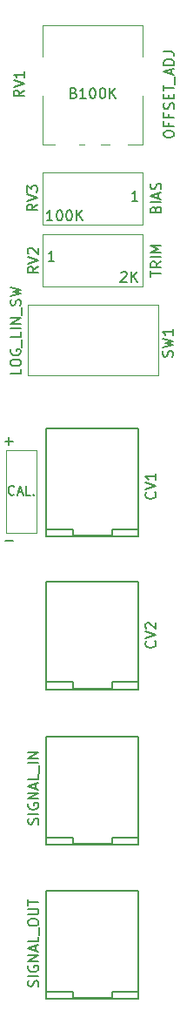
<source format=gto>
G04 #@! TF.GenerationSoftware,KiCad,Pcbnew,(5.1.5-0-10_14)*
G04 #@! TF.CreationDate,2020-06-01T21:41:54-04:00*
G04 #@! TF.ProjectId,AYOMSM - VCA Control Board,41594f4d-534d-4202-9d20-56434120436f,rev?*
G04 #@! TF.SameCoordinates,Original*
G04 #@! TF.FileFunction,Legend,Top*
G04 #@! TF.FilePolarity,Positive*
%FSLAX46Y46*%
G04 Gerber Fmt 4.6, Leading zero omitted, Abs format (unit mm)*
G04 Created by KiCad (PCBNEW (5.1.5-0-10_14)) date 2020-06-01 21:41:54*
%MOMM*%
%LPD*%
G04 APERTURE LIST*
%ADD10C,0.150000*%
%ADD11C,0.120000*%
G04 APERTURE END LIST*
D10*
X76962047Y-95067428D02*
X77723952Y-95067428D01*
X77343000Y-95448380D02*
X77343000Y-94686476D01*
X76962047Y-104719428D02*
X77723952Y-104719428D01*
X81756214Y-77537380D02*
X81184785Y-77537380D01*
X81470500Y-77537380D02*
X81470500Y-76537380D01*
X81375261Y-76680238D01*
X81280023Y-76775476D01*
X81184785Y-76823095D01*
X89884214Y-71695380D02*
X89312785Y-71695380D01*
X89598500Y-71695380D02*
X89598500Y-70695380D01*
X89503261Y-70838238D01*
X89408023Y-70933476D01*
X89312785Y-70981095D01*
D11*
X80605000Y-80000000D02*
X80605000Y-74930000D01*
X90375000Y-80000000D02*
X90375000Y-74930000D01*
X90375000Y-74930000D02*
X80605000Y-74930000D01*
X90375000Y-80000000D02*
X80605000Y-80000000D01*
X80625000Y-68907500D02*
X90395000Y-68907500D01*
X80625000Y-73977500D02*
X90395000Y-73977500D01*
X80625000Y-68907500D02*
X80625000Y-73977500D01*
X90395000Y-68907500D02*
X90395000Y-73977500D01*
X90370000Y-54586000D02*
X80630000Y-54586000D01*
X90370000Y-66176000D02*
X88880000Y-66176000D01*
X90370000Y-57646000D02*
X90370000Y-54586000D01*
X80620000Y-66176000D02*
X80620000Y-61456000D01*
X80630000Y-57646000D02*
X80630000Y-54586000D01*
X90370000Y-66176000D02*
X90370000Y-61456000D01*
X81810000Y-66176000D02*
X80630000Y-66176000D01*
X84710000Y-66176000D02*
X84180000Y-66176000D01*
X87160000Y-66176000D02*
X86330000Y-66176000D01*
X77049500Y-103989000D02*
X80049500Y-103989000D01*
X80049500Y-95889000D02*
X77049500Y-95889000D01*
X77049500Y-103989000D02*
X77049500Y-95889000D01*
X80049500Y-95889000D02*
X80049500Y-103989000D01*
X91869000Y-81762600D02*
X91869000Y-88620600D01*
X91869000Y-88620600D02*
X79169000Y-88620600D01*
X79169000Y-88620600D02*
X79169000Y-81762600D01*
X79169000Y-81762600D02*
X91869000Y-81762600D01*
D10*
X81026000Y-103632000D02*
X83566000Y-103632000D01*
X83566000Y-103632000D02*
X83566000Y-104267000D01*
X83566000Y-104267000D02*
X87376000Y-104267000D01*
X87376000Y-104267000D02*
X87376000Y-103632000D01*
X87376000Y-103632000D02*
X89916000Y-103632000D01*
X89971000Y-93822000D02*
X89971000Y-104322000D01*
X80971000Y-93822000D02*
X80971000Y-104322000D01*
X80971000Y-104322000D02*
X89971000Y-104322000D01*
X80971000Y-93822000D02*
X89971000Y-93822000D01*
X81026000Y-118491000D02*
X83566000Y-118491000D01*
X83566000Y-118491000D02*
X83566000Y-119126000D01*
X83566000Y-119126000D02*
X87376000Y-119126000D01*
X87376000Y-119126000D02*
X87376000Y-118491000D01*
X87376000Y-118491000D02*
X89916000Y-118491000D01*
X89971000Y-108681000D02*
X89971000Y-119181000D01*
X80971000Y-108681000D02*
X80971000Y-119181000D01*
X80971000Y-119181000D02*
X89971000Y-119181000D01*
X80971000Y-108681000D02*
X89971000Y-108681000D01*
X81026000Y-133604000D02*
X83566000Y-133604000D01*
X83566000Y-133604000D02*
X83566000Y-134239000D01*
X83566000Y-134239000D02*
X87376000Y-134239000D01*
X87376000Y-134239000D02*
X87376000Y-133604000D01*
X87376000Y-133604000D02*
X89916000Y-133604000D01*
X89971000Y-123794000D02*
X89971000Y-134294000D01*
X80971000Y-123794000D02*
X80971000Y-134294000D01*
X80971000Y-134294000D02*
X89971000Y-134294000D01*
X80971000Y-123794000D02*
X89971000Y-123794000D01*
X81026000Y-148590000D02*
X83566000Y-148590000D01*
X83566000Y-148590000D02*
X83566000Y-149225000D01*
X83566000Y-149225000D02*
X87376000Y-149225000D01*
X87376000Y-149225000D02*
X87376000Y-148590000D01*
X87376000Y-148590000D02*
X89916000Y-148590000D01*
X89971000Y-138780000D02*
X89971000Y-149280000D01*
X80971000Y-138780000D02*
X80971000Y-149280000D01*
X80971000Y-149280000D02*
X89971000Y-149280000D01*
X80971000Y-138780000D02*
X89971000Y-138780000D01*
X80163880Y-78065238D02*
X79687690Y-78398571D01*
X80163880Y-78636666D02*
X79163880Y-78636666D01*
X79163880Y-78255714D01*
X79211500Y-78160476D01*
X79259119Y-78112857D01*
X79354357Y-78065238D01*
X79497214Y-78065238D01*
X79592452Y-78112857D01*
X79640071Y-78160476D01*
X79687690Y-78255714D01*
X79687690Y-78636666D01*
X79163880Y-77779523D02*
X80163880Y-77446190D01*
X79163880Y-77112857D01*
X79259119Y-76827142D02*
X79211500Y-76779523D01*
X79163880Y-76684285D01*
X79163880Y-76446190D01*
X79211500Y-76350952D01*
X79259119Y-76303333D01*
X79354357Y-76255714D01*
X79449595Y-76255714D01*
X79592452Y-76303333D01*
X80163880Y-76874761D01*
X80163880Y-76255714D01*
X91146380Y-79065238D02*
X91146380Y-78493809D01*
X92146380Y-78779523D02*
X91146380Y-78779523D01*
X92146380Y-77589047D02*
X91670190Y-77922380D01*
X92146380Y-78160476D02*
X91146380Y-78160476D01*
X91146380Y-77779523D01*
X91194000Y-77684285D01*
X91241619Y-77636666D01*
X91336857Y-77589047D01*
X91479714Y-77589047D01*
X91574952Y-77636666D01*
X91622571Y-77684285D01*
X91670190Y-77779523D01*
X91670190Y-78160476D01*
X92146380Y-77160476D02*
X91146380Y-77160476D01*
X92146380Y-76684285D02*
X91146380Y-76684285D01*
X91860666Y-76350952D01*
X91146380Y-76017619D01*
X92146380Y-76017619D01*
X88241285Y-78668619D02*
X88288904Y-78621000D01*
X88384142Y-78573380D01*
X88622238Y-78573380D01*
X88717476Y-78621000D01*
X88765095Y-78668619D01*
X88812714Y-78763857D01*
X88812714Y-78859095D01*
X88765095Y-79001952D01*
X88193666Y-79573380D01*
X88812714Y-79573380D01*
X89241285Y-79573380D02*
X89241285Y-78573380D01*
X89812714Y-79573380D02*
X89384142Y-79001952D01*
X89812714Y-78573380D02*
X89241285Y-79144809D01*
X80106780Y-72032738D02*
X79630590Y-72366071D01*
X80106780Y-72604166D02*
X79106780Y-72604166D01*
X79106780Y-72223214D01*
X79154400Y-72127976D01*
X79202019Y-72080357D01*
X79297257Y-72032738D01*
X79440114Y-72032738D01*
X79535352Y-72080357D01*
X79582971Y-72127976D01*
X79630590Y-72223214D01*
X79630590Y-72604166D01*
X79106780Y-71747023D02*
X80106780Y-71413690D01*
X79106780Y-71080357D01*
X79106780Y-70842261D02*
X79106780Y-70223214D01*
X79487733Y-70556547D01*
X79487733Y-70413690D01*
X79535352Y-70318452D01*
X79582971Y-70270833D01*
X79678209Y-70223214D01*
X79916304Y-70223214D01*
X80011542Y-70270833D01*
X80059161Y-70318452D01*
X80106780Y-70413690D01*
X80106780Y-70699404D01*
X80059161Y-70794642D01*
X80011542Y-70842261D01*
X91622571Y-72508928D02*
X91670190Y-72366071D01*
X91717809Y-72318452D01*
X91813047Y-72270833D01*
X91955904Y-72270833D01*
X92051142Y-72318452D01*
X92098761Y-72366071D01*
X92146380Y-72461309D01*
X92146380Y-72842261D01*
X91146380Y-72842261D01*
X91146380Y-72508928D01*
X91194000Y-72413690D01*
X91241619Y-72366071D01*
X91336857Y-72318452D01*
X91432095Y-72318452D01*
X91527333Y-72366071D01*
X91574952Y-72413690D01*
X91622571Y-72508928D01*
X91622571Y-72842261D01*
X92146380Y-71842261D02*
X91146380Y-71842261D01*
X91860666Y-71413690D02*
X91860666Y-70937500D01*
X92146380Y-71508928D02*
X91146380Y-71175595D01*
X92146380Y-70842261D01*
X92098761Y-70556547D02*
X92146380Y-70413690D01*
X92146380Y-70175595D01*
X92098761Y-70080357D01*
X92051142Y-70032738D01*
X91955904Y-69985119D01*
X91860666Y-69985119D01*
X91765428Y-70032738D01*
X91717809Y-70080357D01*
X91670190Y-70175595D01*
X91622571Y-70366071D01*
X91574952Y-70461309D01*
X91527333Y-70508928D01*
X91432095Y-70556547D01*
X91336857Y-70556547D01*
X91241619Y-70508928D01*
X91194000Y-70461309D01*
X91146380Y-70366071D01*
X91146380Y-70127976D01*
X91194000Y-69985119D01*
X81586533Y-73591680D02*
X81015104Y-73591680D01*
X81300819Y-73591680D02*
X81300819Y-72591680D01*
X81205580Y-72734538D01*
X81110342Y-72829776D01*
X81015104Y-72877395D01*
X82205580Y-72591680D02*
X82300819Y-72591680D01*
X82396057Y-72639300D01*
X82443676Y-72686919D01*
X82491295Y-72782157D01*
X82538914Y-72972633D01*
X82538914Y-73210728D01*
X82491295Y-73401204D01*
X82443676Y-73496442D01*
X82396057Y-73544061D01*
X82300819Y-73591680D01*
X82205580Y-73591680D01*
X82110342Y-73544061D01*
X82062723Y-73496442D01*
X82015104Y-73401204D01*
X81967485Y-73210728D01*
X81967485Y-72972633D01*
X82015104Y-72782157D01*
X82062723Y-72686919D01*
X82110342Y-72639300D01*
X82205580Y-72591680D01*
X83157961Y-72591680D02*
X83253200Y-72591680D01*
X83348438Y-72639300D01*
X83396057Y-72686919D01*
X83443676Y-72782157D01*
X83491295Y-72972633D01*
X83491295Y-73210728D01*
X83443676Y-73401204D01*
X83396057Y-73496442D01*
X83348438Y-73544061D01*
X83253200Y-73591680D01*
X83157961Y-73591680D01*
X83062723Y-73544061D01*
X83015104Y-73496442D01*
X82967485Y-73401204D01*
X82919866Y-73210728D01*
X82919866Y-72972633D01*
X82967485Y-72782157D01*
X83015104Y-72686919D01*
X83062723Y-72639300D01*
X83157961Y-72591680D01*
X83919866Y-73591680D02*
X83919866Y-72591680D01*
X84491295Y-73591680D02*
X84062723Y-73020252D01*
X84491295Y-72591680D02*
X83919866Y-73163109D01*
X78812380Y-60941238D02*
X78336190Y-61274571D01*
X78812380Y-61512666D02*
X77812380Y-61512666D01*
X77812380Y-61131714D01*
X77860000Y-61036476D01*
X77907619Y-60988857D01*
X78002857Y-60941238D01*
X78145714Y-60941238D01*
X78240952Y-60988857D01*
X78288571Y-61036476D01*
X78336190Y-61131714D01*
X78336190Y-61512666D01*
X77812380Y-60655523D02*
X78812380Y-60322190D01*
X77812380Y-59988857D01*
X78812380Y-59131714D02*
X78812380Y-59703142D01*
X78812380Y-59417428D02*
X77812380Y-59417428D01*
X77955238Y-59512666D01*
X78050476Y-59607904D01*
X78098095Y-59703142D01*
X92416380Y-65283381D02*
X92416380Y-65092905D01*
X92464000Y-64997667D01*
X92559238Y-64902429D01*
X92749714Y-64854810D01*
X93083047Y-64854810D01*
X93273523Y-64902429D01*
X93368761Y-64997667D01*
X93416380Y-65092905D01*
X93416380Y-65283381D01*
X93368761Y-65378620D01*
X93273523Y-65473858D01*
X93083047Y-65521477D01*
X92749714Y-65521477D01*
X92559238Y-65473858D01*
X92464000Y-65378620D01*
X92416380Y-65283381D01*
X92892571Y-64092905D02*
X92892571Y-64426239D01*
X93416380Y-64426239D02*
X92416380Y-64426239D01*
X92416380Y-63950048D01*
X92892571Y-63235762D02*
X92892571Y-63569096D01*
X93416380Y-63569096D02*
X92416380Y-63569096D01*
X92416380Y-63092905D01*
X93368761Y-62759572D02*
X93416380Y-62616715D01*
X93416380Y-62378620D01*
X93368761Y-62283381D01*
X93321142Y-62235762D01*
X93225904Y-62188143D01*
X93130666Y-62188143D01*
X93035428Y-62235762D01*
X92987809Y-62283381D01*
X92940190Y-62378620D01*
X92892571Y-62569096D01*
X92844952Y-62664334D01*
X92797333Y-62711953D01*
X92702095Y-62759572D01*
X92606857Y-62759572D01*
X92511619Y-62711953D01*
X92464000Y-62664334D01*
X92416380Y-62569096D01*
X92416380Y-62331001D01*
X92464000Y-62188143D01*
X92892571Y-61759572D02*
X92892571Y-61426239D01*
X93416380Y-61283381D02*
X93416380Y-61759572D01*
X92416380Y-61759572D01*
X92416380Y-61283381D01*
X92416380Y-60997667D02*
X92416380Y-60426239D01*
X93416380Y-60711953D02*
X92416380Y-60711953D01*
X93511619Y-60331001D02*
X93511619Y-59569096D01*
X93130666Y-59378620D02*
X93130666Y-58902429D01*
X93416380Y-59473858D02*
X92416380Y-59140524D01*
X93416380Y-58807191D01*
X93416380Y-58473858D02*
X92416380Y-58473858D01*
X92416380Y-58235762D01*
X92464000Y-58092905D01*
X92559238Y-57997667D01*
X92654476Y-57950048D01*
X92844952Y-57902429D01*
X92987809Y-57902429D01*
X93178285Y-57950048D01*
X93273523Y-57997667D01*
X93368761Y-58092905D01*
X93416380Y-58235762D01*
X93416380Y-58473858D01*
X92416380Y-57188143D02*
X93130666Y-57188143D01*
X93273523Y-57235762D01*
X93368761Y-57331001D01*
X93416380Y-57473858D01*
X93416380Y-57569096D01*
X83642857Y-61192071D02*
X83785714Y-61239690D01*
X83833333Y-61287309D01*
X83880952Y-61382547D01*
X83880952Y-61525404D01*
X83833333Y-61620642D01*
X83785714Y-61668261D01*
X83690476Y-61715880D01*
X83309523Y-61715880D01*
X83309523Y-60715880D01*
X83642857Y-60715880D01*
X83738095Y-60763500D01*
X83785714Y-60811119D01*
X83833333Y-60906357D01*
X83833333Y-61001595D01*
X83785714Y-61096833D01*
X83738095Y-61144452D01*
X83642857Y-61192071D01*
X83309523Y-61192071D01*
X84833333Y-61715880D02*
X84261904Y-61715880D01*
X84547619Y-61715880D02*
X84547619Y-60715880D01*
X84452380Y-60858738D01*
X84357142Y-60953976D01*
X84261904Y-61001595D01*
X85452380Y-60715880D02*
X85547619Y-60715880D01*
X85642857Y-60763500D01*
X85690476Y-60811119D01*
X85738095Y-60906357D01*
X85785714Y-61096833D01*
X85785714Y-61334928D01*
X85738095Y-61525404D01*
X85690476Y-61620642D01*
X85642857Y-61668261D01*
X85547619Y-61715880D01*
X85452380Y-61715880D01*
X85357142Y-61668261D01*
X85309523Y-61620642D01*
X85261904Y-61525404D01*
X85214285Y-61334928D01*
X85214285Y-61096833D01*
X85261904Y-60906357D01*
X85309523Y-60811119D01*
X85357142Y-60763500D01*
X85452380Y-60715880D01*
X86404761Y-60715880D02*
X86500000Y-60715880D01*
X86595238Y-60763500D01*
X86642857Y-60811119D01*
X86690476Y-60906357D01*
X86738095Y-61096833D01*
X86738095Y-61334928D01*
X86690476Y-61525404D01*
X86642857Y-61620642D01*
X86595238Y-61668261D01*
X86500000Y-61715880D01*
X86404761Y-61715880D01*
X86309523Y-61668261D01*
X86261904Y-61620642D01*
X86214285Y-61525404D01*
X86166666Y-61334928D01*
X86166666Y-61096833D01*
X86214285Y-60906357D01*
X86261904Y-60811119D01*
X86309523Y-60763500D01*
X86404761Y-60715880D01*
X87166666Y-61715880D02*
X87166666Y-60715880D01*
X87738095Y-61715880D02*
X87309523Y-61144452D01*
X87738095Y-60715880D02*
X87166666Y-61287309D01*
X77863785Y-100206928D02*
X77820928Y-100249785D01*
X77692357Y-100292642D01*
X77606642Y-100292642D01*
X77478071Y-100249785D01*
X77392357Y-100164071D01*
X77349500Y-100078357D01*
X77306642Y-99906928D01*
X77306642Y-99778357D01*
X77349500Y-99606928D01*
X77392357Y-99521214D01*
X77478071Y-99435500D01*
X77606642Y-99392642D01*
X77692357Y-99392642D01*
X77820928Y-99435500D01*
X77863785Y-99478357D01*
X78206642Y-100035500D02*
X78635214Y-100035500D01*
X78120928Y-100292642D02*
X78420928Y-99392642D01*
X78720928Y-100292642D01*
X79449500Y-100292642D02*
X79020928Y-100292642D01*
X79020928Y-99392642D01*
X79749500Y-100206928D02*
X79792357Y-100249785D01*
X79749500Y-100292642D01*
X79706642Y-100249785D01*
X79749500Y-100206928D01*
X79749500Y-100292642D01*
X93264361Y-86829733D02*
X93311980Y-86686876D01*
X93311980Y-86448780D01*
X93264361Y-86353542D01*
X93216742Y-86305923D01*
X93121504Y-86258304D01*
X93026266Y-86258304D01*
X92931028Y-86305923D01*
X92883409Y-86353542D01*
X92835790Y-86448780D01*
X92788171Y-86639257D01*
X92740552Y-86734495D01*
X92692933Y-86782114D01*
X92597695Y-86829733D01*
X92502457Y-86829733D01*
X92407219Y-86782114D01*
X92359600Y-86734495D01*
X92311980Y-86639257D01*
X92311980Y-86401161D01*
X92359600Y-86258304D01*
X92311980Y-85924971D02*
X93311980Y-85686876D01*
X92597695Y-85496400D01*
X93311980Y-85305923D01*
X92311980Y-85067828D01*
X93311980Y-84163066D02*
X93311980Y-84734495D01*
X93311980Y-84448780D02*
X92311980Y-84448780D01*
X92454838Y-84544019D01*
X92550076Y-84639257D01*
X92597695Y-84734495D01*
X78491080Y-88043715D02*
X78491080Y-88519905D01*
X77491080Y-88519905D01*
X77491080Y-87519905D02*
X77491080Y-87329429D01*
X77538700Y-87234191D01*
X77633938Y-87138953D01*
X77824414Y-87091334D01*
X78157747Y-87091334D01*
X78348223Y-87138953D01*
X78443461Y-87234191D01*
X78491080Y-87329429D01*
X78491080Y-87519905D01*
X78443461Y-87615143D01*
X78348223Y-87710381D01*
X78157747Y-87758000D01*
X77824414Y-87758000D01*
X77633938Y-87710381D01*
X77538700Y-87615143D01*
X77491080Y-87519905D01*
X77538700Y-86138953D02*
X77491080Y-86234191D01*
X77491080Y-86377048D01*
X77538700Y-86519905D01*
X77633938Y-86615143D01*
X77729176Y-86662762D01*
X77919652Y-86710381D01*
X78062509Y-86710381D01*
X78252985Y-86662762D01*
X78348223Y-86615143D01*
X78443461Y-86519905D01*
X78491080Y-86377048D01*
X78491080Y-86281810D01*
X78443461Y-86138953D01*
X78395842Y-86091334D01*
X78062509Y-86091334D01*
X78062509Y-86281810D01*
X78586319Y-85900858D02*
X78586319Y-85138953D01*
X78491080Y-84424667D02*
X78491080Y-84900858D01*
X77491080Y-84900858D01*
X78491080Y-84091334D02*
X77491080Y-84091334D01*
X78491080Y-83615143D02*
X77491080Y-83615143D01*
X78491080Y-83043715D01*
X77491080Y-83043715D01*
X78586319Y-82805619D02*
X78586319Y-82043715D01*
X78443461Y-81853239D02*
X78491080Y-81710381D01*
X78491080Y-81472286D01*
X78443461Y-81377048D01*
X78395842Y-81329429D01*
X78300604Y-81281810D01*
X78205366Y-81281810D01*
X78110128Y-81329429D01*
X78062509Y-81377048D01*
X78014890Y-81472286D01*
X77967271Y-81662762D01*
X77919652Y-81758000D01*
X77872033Y-81805619D01*
X77776795Y-81853239D01*
X77681557Y-81853239D01*
X77586319Y-81805619D01*
X77538700Y-81758000D01*
X77491080Y-81662762D01*
X77491080Y-81424667D01*
X77538700Y-81281810D01*
X77491080Y-80948477D02*
X78491080Y-80710381D01*
X77776795Y-80519905D01*
X78491080Y-80329429D01*
X77491080Y-80091334D01*
X91543142Y-100036238D02*
X91590761Y-100083857D01*
X91638380Y-100226714D01*
X91638380Y-100321952D01*
X91590761Y-100464809D01*
X91495523Y-100560047D01*
X91400285Y-100607666D01*
X91209809Y-100655285D01*
X91066952Y-100655285D01*
X90876476Y-100607666D01*
X90781238Y-100560047D01*
X90686000Y-100464809D01*
X90638380Y-100321952D01*
X90638380Y-100226714D01*
X90686000Y-100083857D01*
X90733619Y-100036238D01*
X90638380Y-99750523D02*
X91638380Y-99417190D01*
X90638380Y-99083857D01*
X91638380Y-98226714D02*
X91638380Y-98798142D01*
X91638380Y-98512428D02*
X90638380Y-98512428D01*
X90781238Y-98607666D01*
X90876476Y-98702904D01*
X90924095Y-98798142D01*
X91543142Y-114514238D02*
X91590761Y-114561857D01*
X91638380Y-114704714D01*
X91638380Y-114799952D01*
X91590761Y-114942809D01*
X91495523Y-115038047D01*
X91400285Y-115085666D01*
X91209809Y-115133285D01*
X91066952Y-115133285D01*
X90876476Y-115085666D01*
X90781238Y-115038047D01*
X90686000Y-114942809D01*
X90638380Y-114799952D01*
X90638380Y-114704714D01*
X90686000Y-114561857D01*
X90733619Y-114514238D01*
X90638380Y-114228523D02*
X91638380Y-113895190D01*
X90638380Y-113561857D01*
X90733619Y-113276142D02*
X90686000Y-113228523D01*
X90638380Y-113133285D01*
X90638380Y-112895190D01*
X90686000Y-112799952D01*
X90733619Y-112752333D01*
X90828857Y-112704714D01*
X90924095Y-112704714D01*
X91066952Y-112752333D01*
X91638380Y-113323761D01*
X91638380Y-112704714D01*
X80160761Y-132301809D02*
X80208380Y-132158952D01*
X80208380Y-131920857D01*
X80160761Y-131825619D01*
X80113142Y-131778000D01*
X80017904Y-131730380D01*
X79922666Y-131730380D01*
X79827428Y-131778000D01*
X79779809Y-131825619D01*
X79732190Y-131920857D01*
X79684571Y-132111333D01*
X79636952Y-132206571D01*
X79589333Y-132254190D01*
X79494095Y-132301809D01*
X79398857Y-132301809D01*
X79303619Y-132254190D01*
X79256000Y-132206571D01*
X79208380Y-132111333D01*
X79208380Y-131873238D01*
X79256000Y-131730380D01*
X80208380Y-131301809D02*
X79208380Y-131301809D01*
X79256000Y-130301809D02*
X79208380Y-130397047D01*
X79208380Y-130539904D01*
X79256000Y-130682761D01*
X79351238Y-130778000D01*
X79446476Y-130825619D01*
X79636952Y-130873238D01*
X79779809Y-130873238D01*
X79970285Y-130825619D01*
X80065523Y-130778000D01*
X80160761Y-130682761D01*
X80208380Y-130539904D01*
X80208380Y-130444666D01*
X80160761Y-130301809D01*
X80113142Y-130254190D01*
X79779809Y-130254190D01*
X79779809Y-130444666D01*
X80208380Y-129825619D02*
X79208380Y-129825619D01*
X80208380Y-129254190D01*
X79208380Y-129254190D01*
X79922666Y-128825619D02*
X79922666Y-128349428D01*
X80208380Y-128920857D02*
X79208380Y-128587523D01*
X80208380Y-128254190D01*
X80208380Y-127444666D02*
X80208380Y-127920857D01*
X79208380Y-127920857D01*
X80303619Y-127349428D02*
X80303619Y-126587523D01*
X80208380Y-126349428D02*
X79208380Y-126349428D01*
X80208380Y-125873238D02*
X79208380Y-125873238D01*
X80208380Y-125301809D01*
X79208380Y-125301809D01*
X80160761Y-148081476D02*
X80208380Y-147938619D01*
X80208380Y-147700523D01*
X80160761Y-147605285D01*
X80113142Y-147557666D01*
X80017904Y-147510047D01*
X79922666Y-147510047D01*
X79827428Y-147557666D01*
X79779809Y-147605285D01*
X79732190Y-147700523D01*
X79684571Y-147891000D01*
X79636952Y-147986238D01*
X79589333Y-148033857D01*
X79494095Y-148081476D01*
X79398857Y-148081476D01*
X79303619Y-148033857D01*
X79256000Y-147986238D01*
X79208380Y-147891000D01*
X79208380Y-147652904D01*
X79256000Y-147510047D01*
X80208380Y-147081476D02*
X79208380Y-147081476D01*
X79256000Y-146081476D02*
X79208380Y-146176714D01*
X79208380Y-146319571D01*
X79256000Y-146462428D01*
X79351238Y-146557666D01*
X79446476Y-146605285D01*
X79636952Y-146652904D01*
X79779809Y-146652904D01*
X79970285Y-146605285D01*
X80065523Y-146557666D01*
X80160761Y-146462428D01*
X80208380Y-146319571D01*
X80208380Y-146224333D01*
X80160761Y-146081476D01*
X80113142Y-146033857D01*
X79779809Y-146033857D01*
X79779809Y-146224333D01*
X80208380Y-145605285D02*
X79208380Y-145605285D01*
X80208380Y-145033857D01*
X79208380Y-145033857D01*
X79922666Y-144605285D02*
X79922666Y-144129095D01*
X80208380Y-144700523D02*
X79208380Y-144367190D01*
X80208380Y-144033857D01*
X80208380Y-143224333D02*
X80208380Y-143700523D01*
X79208380Y-143700523D01*
X80303619Y-143129095D02*
X80303619Y-142367190D01*
X79208380Y-141938619D02*
X79208380Y-141748142D01*
X79256000Y-141652904D01*
X79351238Y-141557666D01*
X79541714Y-141510047D01*
X79875047Y-141510047D01*
X80065523Y-141557666D01*
X80160761Y-141652904D01*
X80208380Y-141748142D01*
X80208380Y-141938619D01*
X80160761Y-142033857D01*
X80065523Y-142129095D01*
X79875047Y-142176714D01*
X79541714Y-142176714D01*
X79351238Y-142129095D01*
X79256000Y-142033857D01*
X79208380Y-141938619D01*
X79208380Y-141081476D02*
X80017904Y-141081476D01*
X80113142Y-141033857D01*
X80160761Y-140986238D01*
X80208380Y-140891000D01*
X80208380Y-140700523D01*
X80160761Y-140605285D01*
X80113142Y-140557666D01*
X80017904Y-140510047D01*
X79208380Y-140510047D01*
X79208380Y-140176714D02*
X79208380Y-139605285D01*
X80208380Y-139891000D02*
X79208380Y-139891000D01*
M02*

</source>
